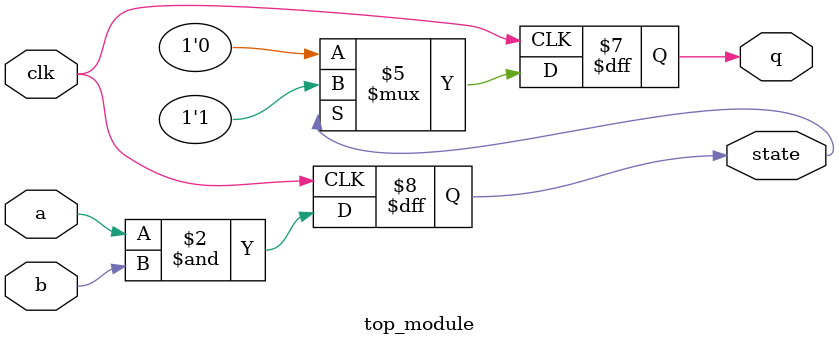
<source format=sv>
module top_module (
	input clk,
	input a,
	input b,
	output q,
	output state
);

	reg state, q;
	  
	always @(posedge clk)
	begin
		state <= a & b;
	end
	
	always @(posedge clk)
	begin
		if (state)
			q <= 1'b1;
		else
			q <= 1'b0;
	end

endmodule

</source>
